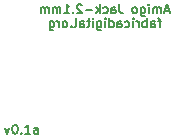
<source format=gbo>
G04 #@! TF.FileFunction,Legend,Bot*
%FSLAX46Y46*%
G04 Gerber Fmt 4.6, Leading zero omitted, Abs format (unit mm)*
G04 Created by KiCad (PCBNEW 4.0.6-e0-6349~53~ubuntu16.04.1) date Thu Jun 15 10:39:54 2017*
%MOMM*%
%LPD*%
G01*
G04 APERTURE LIST*
%ADD10C,0.100000*%
%ADD11C,0.187500*%
%ADD12C,0.180000*%
G04 APERTURE END LIST*
D10*
D11*
X589286Y1160714D02*
X767857Y660714D01*
X946429Y1160714D01*
X1375001Y1410714D02*
X1446429Y1410714D01*
X1517858Y1375000D01*
X1553572Y1339286D01*
X1589286Y1267857D01*
X1625001Y1125000D01*
X1625001Y946429D01*
X1589286Y803571D01*
X1553572Y732143D01*
X1517858Y696429D01*
X1446429Y660714D01*
X1375001Y660714D01*
X1303572Y696429D01*
X1267858Y732143D01*
X1232143Y803571D01*
X1196429Y946429D01*
X1196429Y1125000D01*
X1232143Y1267857D01*
X1267858Y1339286D01*
X1303572Y1375000D01*
X1375001Y1410714D01*
X1946429Y732143D02*
X1982144Y696429D01*
X1946429Y660714D01*
X1910715Y696429D01*
X1946429Y732143D01*
X1946429Y660714D01*
X2696430Y660714D02*
X2267858Y660714D01*
X2482144Y660714D02*
X2482144Y1410714D01*
X2410715Y1303571D01*
X2339287Y1232143D01*
X2267858Y1196429D01*
X3339287Y660714D02*
X3339287Y1053571D01*
X3303573Y1125000D01*
X3232144Y1160714D01*
X3089287Y1160714D01*
X3017858Y1125000D01*
X3339287Y696429D02*
X3267858Y660714D01*
X3089287Y660714D01*
X3017858Y696429D01*
X2982144Y767857D01*
X2982144Y839286D01*
X3017858Y910714D01*
X3089287Y946429D01*
X3267858Y946429D01*
X3339287Y982143D01*
D12*
X13767855Y10160714D02*
X13482141Y10160714D01*
X13660713Y9660714D02*
X13660713Y10303571D01*
X13624998Y10375000D01*
X13553570Y10410714D01*
X13482141Y10410714D01*
X12910713Y9660714D02*
X12910713Y10053571D01*
X12946427Y10125000D01*
X13017856Y10160714D01*
X13160713Y10160714D01*
X13232142Y10125000D01*
X12910713Y9696429D02*
X12982142Y9660714D01*
X13160713Y9660714D01*
X13232142Y9696429D01*
X13267856Y9767857D01*
X13267856Y9839286D01*
X13232142Y9910714D01*
X13160713Y9946429D01*
X12982142Y9946429D01*
X12910713Y9982143D01*
X12553571Y9660714D02*
X12553571Y10410714D01*
X12553571Y10125000D02*
X12482142Y10160714D01*
X12339285Y10160714D01*
X12267856Y10125000D01*
X12232142Y10089286D01*
X12196428Y10017857D01*
X12196428Y9803571D01*
X12232142Y9732143D01*
X12267856Y9696429D01*
X12339285Y9660714D01*
X12482142Y9660714D01*
X12553571Y9696429D01*
X11875000Y9660714D02*
X11875000Y10160714D01*
X11875000Y10017857D02*
X11839285Y10089286D01*
X11803571Y10125000D01*
X11732142Y10160714D01*
X11660714Y10160714D01*
X11410714Y9660714D02*
X11410714Y10160714D01*
X11410714Y10410714D02*
X11446428Y10375000D01*
X11410714Y10339286D01*
X11374999Y10375000D01*
X11410714Y10410714D01*
X11410714Y10339286D01*
X10732142Y9696429D02*
X10803571Y9660714D01*
X10946428Y9660714D01*
X11017856Y9696429D01*
X11053571Y9732143D01*
X11089285Y9803571D01*
X11089285Y10017857D01*
X11053571Y10089286D01*
X11017856Y10125000D01*
X10946428Y10160714D01*
X10803571Y10160714D01*
X10732142Y10125000D01*
X10089285Y9660714D02*
X10089285Y10053571D01*
X10124999Y10125000D01*
X10196428Y10160714D01*
X10339285Y10160714D01*
X10410714Y10125000D01*
X10089285Y9696429D02*
X10160714Y9660714D01*
X10339285Y9660714D01*
X10410714Y9696429D01*
X10446428Y9767857D01*
X10446428Y9839286D01*
X10410714Y9910714D01*
X10339285Y9946429D01*
X10160714Y9946429D01*
X10089285Y9982143D01*
X9410714Y9660714D02*
X9410714Y10410714D01*
X9410714Y9696429D02*
X9482143Y9660714D01*
X9625000Y9660714D01*
X9696428Y9696429D01*
X9732143Y9732143D01*
X9767857Y9803571D01*
X9767857Y10017857D01*
X9732143Y10089286D01*
X9696428Y10125000D01*
X9625000Y10160714D01*
X9482143Y10160714D01*
X9410714Y10125000D01*
X9053572Y9660714D02*
X9053572Y10160714D01*
X9053572Y10410714D02*
X9089286Y10375000D01*
X9053572Y10339286D01*
X9017857Y10375000D01*
X9053572Y10410714D01*
X9053572Y10339286D01*
X8375000Y10160714D02*
X8375000Y9553571D01*
X8410714Y9482143D01*
X8446429Y9446429D01*
X8517857Y9410714D01*
X8625000Y9410714D01*
X8696429Y9446429D01*
X8375000Y9696429D02*
X8446429Y9660714D01*
X8589286Y9660714D01*
X8660714Y9696429D01*
X8696429Y9732143D01*
X8732143Y9803571D01*
X8732143Y10017857D01*
X8696429Y10089286D01*
X8660714Y10125000D01*
X8589286Y10160714D01*
X8446429Y10160714D01*
X8375000Y10125000D01*
X8017858Y9660714D02*
X8017858Y10160714D01*
X8017858Y10410714D02*
X8053572Y10375000D01*
X8017858Y10339286D01*
X7982143Y10375000D01*
X8017858Y10410714D01*
X8017858Y10339286D01*
X7767857Y10160714D02*
X7482143Y10160714D01*
X7660715Y10410714D02*
X7660715Y9767857D01*
X7625000Y9696429D01*
X7553572Y9660714D01*
X7482143Y9660714D01*
X6910715Y9660714D02*
X6910715Y10053571D01*
X6946429Y10125000D01*
X7017858Y10160714D01*
X7160715Y10160714D01*
X7232144Y10125000D01*
X6910715Y9696429D02*
X6982144Y9660714D01*
X7160715Y9660714D01*
X7232144Y9696429D01*
X7267858Y9767857D01*
X7267858Y9839286D01*
X7232144Y9910714D01*
X7160715Y9946429D01*
X6982144Y9946429D01*
X6910715Y9982143D01*
X6446430Y9660714D02*
X6517858Y9696429D01*
X6553573Y9767857D01*
X6553573Y10410714D01*
X6160716Y9732143D02*
X6125001Y9696429D01*
X6160716Y9660714D01*
X6196430Y9696429D01*
X6160716Y9732143D01*
X6160716Y9660714D01*
X5696430Y9660714D02*
X5767858Y9696429D01*
X5803573Y9732143D01*
X5839287Y9803571D01*
X5839287Y10017857D01*
X5803573Y10089286D01*
X5767858Y10125000D01*
X5696430Y10160714D01*
X5589287Y10160714D01*
X5517858Y10125000D01*
X5482144Y10089286D01*
X5446430Y10017857D01*
X5446430Y9803571D01*
X5482144Y9732143D01*
X5517858Y9696429D01*
X5589287Y9660714D01*
X5696430Y9660714D01*
X5125002Y9660714D02*
X5125002Y10160714D01*
X5125002Y10017857D02*
X5089287Y10089286D01*
X5053573Y10125000D01*
X4982144Y10160714D01*
X4910716Y10160714D01*
X4339287Y10160714D02*
X4339287Y9553571D01*
X4375001Y9482143D01*
X4410716Y9446429D01*
X4482144Y9410714D01*
X4589287Y9410714D01*
X4660716Y9446429D01*
X4339287Y9696429D02*
X4410716Y9660714D01*
X4553573Y9660714D01*
X4625001Y9696429D01*
X4660716Y9732143D01*
X4696430Y9803571D01*
X4696430Y10017857D01*
X4660716Y10089286D01*
X4625001Y10125000D01*
X4553573Y10160714D01*
X4410716Y10160714D01*
X4339287Y10125000D01*
D11*
X14428571Y11075000D02*
X14071428Y11075000D01*
X14499999Y10860714D02*
X14249999Y11610714D01*
X13999999Y10860714D01*
X13750000Y10860714D02*
X13750000Y11360714D01*
X13750000Y11289286D02*
X13714285Y11325000D01*
X13642857Y11360714D01*
X13535714Y11360714D01*
X13464285Y11325000D01*
X13428571Y11253571D01*
X13428571Y10860714D01*
X13428571Y11253571D02*
X13392857Y11325000D01*
X13321428Y11360714D01*
X13214285Y11360714D01*
X13142857Y11325000D01*
X13107142Y11253571D01*
X13107142Y10860714D01*
X12750000Y10860714D02*
X12750000Y11360714D01*
X12750000Y11610714D02*
X12785714Y11575000D01*
X12750000Y11539286D01*
X12714285Y11575000D01*
X12750000Y11610714D01*
X12750000Y11539286D01*
X12071428Y11360714D02*
X12071428Y10753571D01*
X12107142Y10682143D01*
X12142857Y10646429D01*
X12214285Y10610714D01*
X12321428Y10610714D01*
X12392857Y10646429D01*
X12071428Y10896429D02*
X12142857Y10860714D01*
X12285714Y10860714D01*
X12357142Y10896429D01*
X12392857Y10932143D01*
X12428571Y11003571D01*
X12428571Y11217857D01*
X12392857Y11289286D01*
X12357142Y11325000D01*
X12285714Y11360714D01*
X12142857Y11360714D01*
X12071428Y11325000D01*
X11607143Y10860714D02*
X11678571Y10896429D01*
X11714286Y10932143D01*
X11750000Y11003571D01*
X11750000Y11217857D01*
X11714286Y11289286D01*
X11678571Y11325000D01*
X11607143Y11360714D01*
X11500000Y11360714D01*
X11428571Y11325000D01*
X11392857Y11289286D01*
X11357143Y11217857D01*
X11357143Y11003571D01*
X11392857Y10932143D01*
X11428571Y10896429D01*
X11500000Y10860714D01*
X11607143Y10860714D01*
X10250000Y11610714D02*
X10250000Y11075000D01*
X10285714Y10967857D01*
X10357143Y10896429D01*
X10464286Y10860714D01*
X10535714Y10860714D01*
X9571428Y10860714D02*
X9571428Y11253571D01*
X9607142Y11325000D01*
X9678571Y11360714D01*
X9821428Y11360714D01*
X9892857Y11325000D01*
X9571428Y10896429D02*
X9642857Y10860714D01*
X9821428Y10860714D01*
X9892857Y10896429D01*
X9928571Y10967857D01*
X9928571Y11039286D01*
X9892857Y11110714D01*
X9821428Y11146429D01*
X9642857Y11146429D01*
X9571428Y11182143D01*
X8892857Y10896429D02*
X8964286Y10860714D01*
X9107143Y10860714D01*
X9178571Y10896429D01*
X9214286Y10932143D01*
X9250000Y11003571D01*
X9250000Y11217857D01*
X9214286Y11289286D01*
X9178571Y11325000D01*
X9107143Y11360714D01*
X8964286Y11360714D01*
X8892857Y11325000D01*
X8571429Y10860714D02*
X8571429Y11610714D01*
X8500000Y11146429D02*
X8285714Y10860714D01*
X8285714Y11360714D02*
X8571429Y11075000D01*
X7964286Y11146429D02*
X7392857Y11146429D01*
X7071429Y11539286D02*
X7035715Y11575000D01*
X6964286Y11610714D01*
X6785715Y11610714D01*
X6714286Y11575000D01*
X6678572Y11539286D01*
X6642857Y11467857D01*
X6642857Y11396429D01*
X6678572Y11289286D01*
X7107143Y10860714D01*
X6642857Y10860714D01*
X6321429Y10932143D02*
X6285714Y10896429D01*
X6321429Y10860714D01*
X6357143Y10896429D01*
X6321429Y10932143D01*
X6321429Y10860714D01*
X5571428Y10860714D02*
X6000000Y10860714D01*
X5785714Y10860714D02*
X5785714Y11610714D01*
X5857143Y11503571D01*
X5928571Y11432143D01*
X6000000Y11396429D01*
X5250000Y10860714D02*
X5250000Y11360714D01*
X5250000Y11289286D02*
X5214285Y11325000D01*
X5142857Y11360714D01*
X5035714Y11360714D01*
X4964285Y11325000D01*
X4928571Y11253571D01*
X4928571Y10860714D01*
X4928571Y11253571D02*
X4892857Y11325000D01*
X4821428Y11360714D01*
X4714285Y11360714D01*
X4642857Y11325000D01*
X4607142Y11253571D01*
X4607142Y10860714D01*
X4250000Y10860714D02*
X4250000Y11360714D01*
X4250000Y11289286D02*
X4214285Y11325000D01*
X4142857Y11360714D01*
X4035714Y11360714D01*
X3964285Y11325000D01*
X3928571Y11253571D01*
X3928571Y10860714D01*
X3928571Y11253571D02*
X3892857Y11325000D01*
X3821428Y11360714D01*
X3714285Y11360714D01*
X3642857Y11325000D01*
X3607142Y11253571D01*
X3607142Y10860714D01*
M02*

</source>
